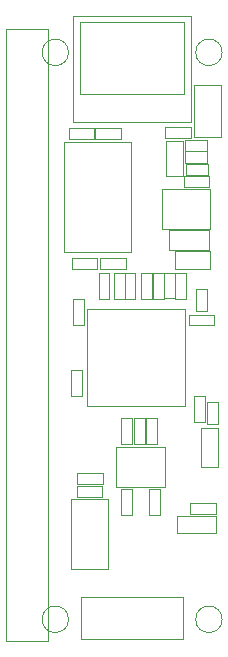
<source format=gbr>
G04 #@! TF.GenerationSoftware,KiCad,Pcbnew,(5.99.0-12085-gf4905cb1ae)*
G04 #@! TF.CreationDate,2021-08-26T19:19:28+05:30*
G04 #@! TF.ProjectId,Mitayi-Pico-RP2040,4d697461-7969-42d5-9069-636f2d525032,0.2*
G04 #@! TF.SameCoordinates,Original*
G04 #@! TF.FileFunction,Other,User*
%FSLAX46Y46*%
G04 Gerber Fmt 4.6, Leading zero omitted, Abs format (unit mm)*
G04 Created by KiCad (PCBNEW (5.99.0-12085-gf4905cb1ae)) date 2021-08-26 19:19:28*
%MOMM*%
%LPD*%
G01*
G04 APERTURE LIST*
%ADD10C,0.050000*%
G04 APERTURE END LIST*
D10*
X156770000Y-97940000D02*
X155830000Y-97940000D01*
X156770000Y-96080000D02*
X156770000Y-97940000D01*
X155830000Y-96080000D02*
X156770000Y-96080000D01*
X155830000Y-97940000D02*
X155830000Y-96080000D01*
X155300000Y-98300000D02*
X156760000Y-98300000D01*
X156760000Y-101600000D02*
X155300000Y-101600000D01*
X156760000Y-98300000D02*
X156760000Y-101600000D01*
X155300000Y-101600000D02*
X155300000Y-98300000D01*
X148530000Y-105660000D02*
X148530000Y-103500000D01*
X149450000Y-105660000D02*
X148530000Y-105660000D01*
X149450000Y-103500000D02*
X149450000Y-105660000D01*
X148530000Y-103500000D02*
X149450000Y-103500000D01*
X145390000Y-87410000D02*
X145390000Y-89570000D01*
X144470000Y-89570000D02*
X144470000Y-87410000D01*
X144470000Y-87410000D02*
X145390000Y-87410000D01*
X145390000Y-89570000D02*
X144470000Y-89570000D01*
X156640000Y-107230000D02*
X153340000Y-107230000D01*
X153340000Y-105770000D02*
X156640000Y-105770000D01*
X156640000Y-105770000D02*
X156640000Y-107230000D01*
X153340000Y-107230000D02*
X153340000Y-105770000D01*
X155900000Y-75930000D02*
X155900000Y-76870000D01*
X154040000Y-76870000D02*
X154040000Y-75930000D01*
X154040000Y-75930000D02*
X155900000Y-75930000D01*
X155900000Y-76870000D02*
X154040000Y-76870000D01*
X153820000Y-74030000D02*
X153820000Y-76990000D01*
X152360000Y-74030000D02*
X153820000Y-74030000D01*
X152360000Y-76990000D02*
X152360000Y-74030000D01*
X153820000Y-76990000D02*
X152360000Y-76990000D01*
X145260000Y-95600000D02*
X144340000Y-95600000D01*
X144340000Y-95600000D02*
X144340000Y-93440000D01*
X145260000Y-93440000D02*
X145260000Y-95600000D01*
X144340000Y-93440000D02*
X145260000Y-93440000D01*
X154065000Y-85190000D02*
X154065000Y-87350000D01*
X154065000Y-87350000D02*
X153145000Y-87350000D01*
X153145000Y-85190000D02*
X154065000Y-85190000D01*
X153145000Y-87350000D02*
X153145000Y-85190000D01*
X146990000Y-103200000D02*
X146990000Y-104120000D01*
X144830000Y-103200000D02*
X146990000Y-103200000D01*
X144830000Y-104120000D02*
X144830000Y-103200000D01*
X146990000Y-104120000D02*
X144830000Y-104120000D01*
X146800000Y-84840000D02*
X146800000Y-83900000D01*
X146800000Y-83900000D02*
X149000000Y-83900000D01*
X149000000Y-83900000D02*
X149000000Y-84840000D01*
X149000000Y-84840000D02*
X146800000Y-84840000D01*
X154370000Y-105610000D02*
X154370000Y-104670000D01*
X156570000Y-104670000D02*
X156570000Y-105610000D01*
X156570000Y-105610000D02*
X154370000Y-105610000D01*
X154370000Y-104670000D02*
X156570000Y-104670000D01*
X157118034Y-114510000D02*
G75*
G03*
X157118034Y-114510000I-1118034J0D01*
G01*
X148550000Y-99680000D02*
X148550000Y-97480000D01*
X149490000Y-99680000D02*
X148550000Y-99680000D01*
X148550000Y-97480000D02*
X149490000Y-97480000D01*
X149490000Y-97480000D02*
X149490000Y-99680000D01*
X154300000Y-89630000D02*
X154300000Y-88710000D01*
X156460000Y-89630000D02*
X154300000Y-89630000D01*
X156460000Y-88710000D02*
X156460000Y-89630000D01*
X154300000Y-88710000D02*
X156460000Y-88710000D01*
X152300000Y-99900000D02*
X148100000Y-99900000D01*
X148100000Y-99900000D02*
X148100000Y-103300000D01*
X152300000Y-103300000D02*
X152300000Y-99900000D01*
X148100000Y-103300000D02*
X152300000Y-103300000D01*
X145700000Y-88250000D02*
X145700000Y-96490000D01*
X145700000Y-96490000D02*
X153940000Y-96490000D01*
X153940000Y-96490000D02*
X153940000Y-88250000D01*
X153940000Y-88250000D02*
X145700000Y-88250000D01*
X150255000Y-85150000D02*
X151195000Y-85150000D01*
X150255000Y-87350000D02*
X150255000Y-85150000D01*
X151195000Y-87350000D02*
X150255000Y-87350000D01*
X151195000Y-85150000D02*
X151195000Y-87350000D01*
X147585000Y-87350000D02*
X146665000Y-87350000D01*
X147585000Y-85190000D02*
X147585000Y-87350000D01*
X146665000Y-85190000D02*
X147585000Y-85190000D01*
X146665000Y-87350000D02*
X146665000Y-85190000D01*
X149690000Y-97490000D02*
X150610000Y-97490000D01*
X150610000Y-97490000D02*
X150610000Y-99650000D01*
X150610000Y-99650000D02*
X149690000Y-99650000D01*
X149690000Y-99650000D02*
X149690000Y-97490000D01*
X143700000Y-83400000D02*
X149420000Y-83400000D01*
X149420000Y-83400000D02*
X149420000Y-74100000D01*
X143700000Y-74100000D02*
X143700000Y-83400000D01*
X149420000Y-74100000D02*
X143700000Y-74100000D01*
X149780000Y-87355000D02*
X148860000Y-87355000D01*
X148860000Y-87355000D02*
X148860000Y-85195000D01*
X148860000Y-85195000D02*
X149780000Y-85195000D01*
X149780000Y-85195000D02*
X149780000Y-87355000D01*
X144370000Y-83900000D02*
X146570000Y-83900000D01*
X146570000Y-84840000D02*
X144370000Y-84840000D01*
X144370000Y-84840000D02*
X144370000Y-83900000D01*
X146570000Y-83900000D02*
X146570000Y-84840000D01*
X153090000Y-87340000D02*
X152170000Y-87340000D01*
X152170000Y-87340000D02*
X152170000Y-85180000D01*
X153090000Y-85180000D02*
X153090000Y-87340000D01*
X152170000Y-85180000D02*
X153090000Y-85180000D01*
X146290000Y-73860000D02*
X144130000Y-73860000D01*
X146290000Y-72940000D02*
X146290000Y-73860000D01*
X144130000Y-73860000D02*
X144130000Y-72940000D01*
X144130000Y-72940000D02*
X146290000Y-72940000D01*
X155880000Y-75840000D02*
X154020000Y-75840000D01*
X155880000Y-74900000D02*
X155880000Y-75840000D01*
X154020000Y-74900000D02*
X155880000Y-74900000D01*
X154020000Y-75840000D02*
X154020000Y-74900000D01*
X153800000Y-116200000D02*
X153800000Y-112600000D01*
X153800000Y-112600000D02*
X145150000Y-112600000D01*
X145150000Y-112600000D02*
X145150000Y-116200000D01*
X145150000Y-116200000D02*
X153800000Y-116200000D01*
X144810000Y-103070000D02*
X144810000Y-102130000D01*
X147010000Y-103070000D02*
X144810000Y-103070000D01*
X147010000Y-102130000D02*
X147010000Y-103070000D01*
X144810000Y-102130000D02*
X147010000Y-102130000D01*
X150710000Y-97490000D02*
X151630000Y-97490000D01*
X151630000Y-97490000D02*
X151630000Y-99650000D01*
X150710000Y-99650000D02*
X150710000Y-97490000D01*
X151630000Y-99650000D02*
X150710000Y-99650000D01*
X154740000Y-95610000D02*
X155660000Y-95610000D01*
X154740000Y-97770000D02*
X154740000Y-95610000D01*
X155660000Y-97770000D02*
X154740000Y-97770000D01*
X155660000Y-95610000D02*
X155660000Y-97770000D01*
X156070000Y-84810000D02*
X153110000Y-84810000D01*
X153110000Y-84810000D02*
X153110000Y-83350000D01*
X156070000Y-83350000D02*
X156070000Y-84810000D01*
X153110000Y-83350000D02*
X156070000Y-83350000D01*
X144118034Y-114510000D02*
G75*
G03*
X144118034Y-114510000I-1118034J0D01*
G01*
X154510000Y-72430000D02*
X144510000Y-72430000D01*
X144510000Y-72430000D02*
X144510000Y-63430000D01*
X144510000Y-63430000D02*
X154510000Y-63430000D01*
X154510000Y-63430000D02*
X154510000Y-72430000D01*
X153890000Y-77000000D02*
X156050000Y-77000000D01*
X156050000Y-77000000D02*
X156050000Y-77920000D01*
X153890000Y-77920000D02*
X153890000Y-77000000D01*
X156050000Y-77920000D02*
X153890000Y-77920000D01*
X155880000Y-74870000D02*
X154020000Y-74870000D01*
X154020000Y-74870000D02*
X154020000Y-73930000D01*
X154020000Y-73930000D02*
X155880000Y-73930000D01*
X155880000Y-73930000D02*
X155880000Y-74870000D01*
X146350000Y-72930000D02*
X148550000Y-72930000D01*
X148550000Y-72930000D02*
X148550000Y-73870000D01*
X146350000Y-73870000D02*
X146350000Y-72930000D01*
X148550000Y-73870000D02*
X146350000Y-73870000D01*
X154750000Y-73700000D02*
X154750000Y-69300000D01*
X154750000Y-69300000D02*
X157050000Y-69300000D01*
X157050000Y-69300000D02*
X157050000Y-73700000D01*
X154750000Y-73700000D02*
X157050000Y-73700000D01*
X157118034Y-66510000D02*
G75*
G03*
X157118034Y-66510000I-1118034J0D01*
G01*
X153910000Y-63960000D02*
X145110000Y-63960000D01*
X153910000Y-63960000D02*
X153910000Y-70060000D01*
X153910000Y-70060000D02*
X145110000Y-70060000D01*
X145110000Y-70060000D02*
X145110000Y-63960000D01*
X144118034Y-66510000D02*
G75*
G03*
X144118034Y-66510000I-1118034J0D01*
G01*
X147500000Y-104350000D02*
X144300000Y-104350000D01*
X144300000Y-104350000D02*
X144300000Y-110250000D01*
X144300000Y-110250000D02*
X147500000Y-110250000D01*
X147500000Y-110250000D02*
X147500000Y-104350000D01*
X150970000Y-105670000D02*
X150970000Y-103510000D01*
X150970000Y-103510000D02*
X151890000Y-103510000D01*
X151890000Y-103510000D02*
X151890000Y-105670000D01*
X151890000Y-105670000D02*
X150970000Y-105670000D01*
X147960000Y-85190000D02*
X148880000Y-85190000D01*
X148880000Y-85190000D02*
X148880000Y-87350000D01*
X148880000Y-87350000D02*
X147960000Y-87350000D01*
X147960000Y-87350000D02*
X147960000Y-85190000D01*
X152195000Y-85150000D02*
X152195000Y-87350000D01*
X151255000Y-85150000D02*
X152195000Y-85150000D01*
X152195000Y-87350000D02*
X151255000Y-87350000D01*
X151255000Y-87350000D02*
X151255000Y-85150000D01*
X138800000Y-116350000D02*
X142400000Y-116350000D01*
X138800000Y-64500000D02*
X138800000Y-116350000D01*
X142400000Y-64500000D02*
X138800000Y-64500000D01*
X142400000Y-116350000D02*
X142400000Y-64500000D01*
X156035000Y-83280000D02*
X152635000Y-83280000D01*
X152635000Y-81520000D02*
X156035000Y-81520000D01*
X152635000Y-83280000D02*
X152635000Y-81520000D01*
X156035000Y-81520000D02*
X156035000Y-83280000D01*
X154880000Y-86510000D02*
X155820000Y-86510000D01*
X155820000Y-86510000D02*
X155820000Y-88370000D01*
X154880000Y-88370000D02*
X154880000Y-86510000D01*
X155820000Y-88370000D02*
X154880000Y-88370000D01*
X152300000Y-73770000D02*
X152300000Y-72830000D01*
X154500000Y-73770000D02*
X152300000Y-73770000D01*
X152300000Y-72830000D02*
X154500000Y-72830000D01*
X154500000Y-72830000D02*
X154500000Y-73770000D01*
X156100000Y-78070000D02*
X152000000Y-78070000D01*
X152000000Y-81470000D02*
X156100000Y-81470000D01*
X152000000Y-78070000D02*
X152000000Y-81470000D01*
X156100000Y-81470000D02*
X156100000Y-78070000D01*
M02*

</source>
